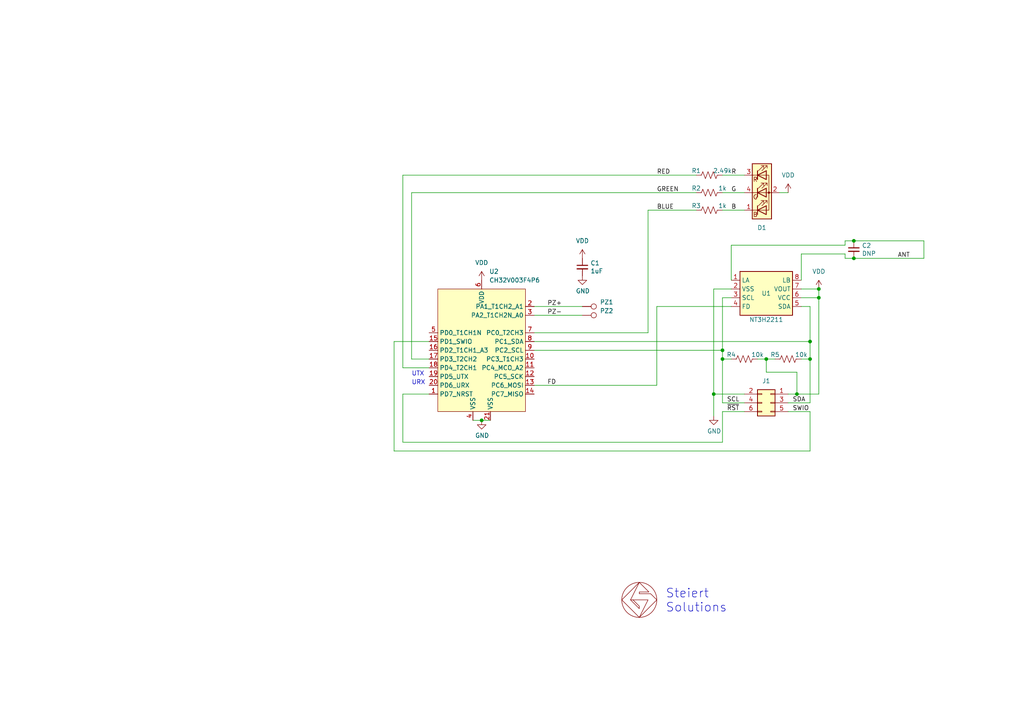
<source format=kicad_sch>
(kicad_sch (version 20230121) (generator eeschema)
  (paper "A4")
  (lib_symbols
    (symbol "Connector:TestPoint" (pin_numbers hide) (pin_names (offset 0.762) hide)
      (property "Reference" "TP" (at 0 6.858 0))
      (property "Value" "TestPoint" (at 0 5.08 0))
      (symbol "TestPoint_0_1"
        (circle (center 0 3.302) (radius 0.762))
      )
      (symbol "TestPoint_1_1"
        (pin passive line (at 0 0 90) (length 2.54) (name "1") (number "1"))
      )
    )
    (symbol "Connector_Generic:Conn_02x03_Odd_Even" (pin_names (offset 1.016) hide)
      (property "Reference" "J" (at 1.27 5.08 0))
      (property "Value" "Conn_02x03_Odd_Even" (at 1.27 -5.08 0))
      (symbol "Conn_02x03_Odd_Even_1_1"
        (rectangle (start -1.27 -2.413) (end 0 -2.667) (stroke (width 0.1524)))
        (rectangle (start -1.27 0.127) (end 0 -0.127) (stroke (width 0.1524)))
        (rectangle (start -1.27 2.667) (end 0 2.413) (stroke (width 0.1524)))
        (rectangle (start -1.27 3.81) (end 3.81 -3.81) (stroke (width 0.254)) (fill (type background)))
        (rectangle (start 3.81 -2.413) (end 2.54 -2.667) (stroke (width 0.1524)))
        (rectangle (start 3.81 0.127) (end 2.54 -0.127) (stroke (width 0.1524)))
        (rectangle (start 3.81 2.667) (end 2.54 2.413) (stroke (width 0.1524)))
        (pin passive line (at -5.08 2.54 0) (length 3.81) (name "Pin_1") (number "1"))
        (pin passive line (at 7.62 2.54 180) (length 3.81) (name "Pin_2") (number "2"))
        (pin passive line (at -5.08 0 0) (length 3.81) (name "Pin_3") (number "3"))
        (pin passive line (at 7.62 0 180) (length 3.81) (name "Pin_4") (number "4"))
        (pin passive line (at -5.08 -2.54 0) (length 3.81) (name "Pin_5") (number "5"))
        (pin passive line (at 7.62 -2.54 180) (length 3.81) (name "Pin_6") (number "6"))
      )
    )
    (symbol "Device:C_Small" (pin_numbers hide) (pin_names (offset 0.254) hide)
      (property "Reference" "C" (at 0.254 1.778 0))
      (property "Value" "C_Small" (at 0.254 -2.032 0))
      (symbol "C_Small_0_1"
        (polyline (pts (xy -1.524 -0.508) (xy 1.524 -0.508)) (stroke (width 0.3302)))
        (polyline (pts (xy -1.524 0.508) (xy 1.524 0.508)) (stroke (width 0.3048)))
      )
      (symbol "C_Small_1_1"
        (pin passive line (at 0 2.54 270) (length 2.032) (name "~") (number "1"))
        (pin passive line (at 0 -2.54 90) (length 2.032) (name "~") (number "2"))
      )
    )
    (symbol "Device:LED_BARG" (pin_names (offset 0) hide)
      (property "Reference" "D" (at 0 9.398 0))
      (property "Value" "LED_BARG" (at 0 -8.89 0))
      (symbol "LED_BARG_0_0"
        (text "B" (at -1.905 -6.35 0) (effects (font (size 1.27 1.27))))
        (text "G" (at -1.905 -1.27 0) (effects (font (size 1.27 1.27))))
        (text "R" (at -1.905 3.81 0) (effects (font (size 1.27 1.27))))
      )
      (symbol "LED_BARG_0_1"
        (polyline (pts (xy -1.27 -5.08) (xy -2.54 -5.08)))
        (polyline (pts (xy -1.27 -5.08) (xy 1.27 -5.08)))
        (polyline (pts (xy -1.27 -3.81) (xy -1.27 -6.35)) (stroke (width 0.254)))
        (polyline (pts (xy -1.27 0) (xy -2.54 0)))
        (polyline (pts (xy -1.27 1.27) (xy -1.27 -1.27)) (stroke (width 0.254)))
        (polyline (pts (xy -1.27 5.08) (xy -2.54 5.08)))
        (polyline (pts (xy -1.27 5.08) (xy 1.27 5.08)))
        (polyline (pts (xy -1.27 6.35) (xy -1.27 3.81)) (stroke (width 0.254)))
        (polyline (pts (xy 1.27 0) (xy -1.27 0)))
        (polyline (pts (xy 1.27 0) (xy 2.54 0)))
        (polyline (pts (xy -1.27 1.27) (xy -1.27 -1.27) (xy -1.27 -1.27)))
        (polyline (pts (xy -1.27 6.35) (xy -1.27 3.81) (xy -1.27 3.81)))
        (polyline (pts (xy 1.27 -5.08) (xy 2.032 -5.08) (xy 2.032 5.08) (xy 1.27 5.08)))
        (polyline (pts (xy 1.27 -3.81) (xy 1.27 -6.35) (xy -1.27 -5.08) (xy 1.27 -3.81)) (stroke (width 0.254)))
        (polyline (pts (xy 1.27 1.27) (xy 1.27 -1.27) (xy -1.27 0) (xy 1.27 1.27)) (stroke (width 0.254)))
        (polyline (pts (xy 1.27 6.35) (xy 1.27 3.81) (xy -1.27 5.08) (xy 1.27 6.35)) (stroke (width 0.254)))
        (polyline (pts (xy -1.016 -3.81) (xy 0.508 -2.286) (xy -0.254 -2.286) (xy 0.508 -2.286) (xy 0.508 -3.048)))
        (polyline (pts (xy -1.016 1.27) (xy 0.508 2.794) (xy -0.254 2.794) (xy 0.508 2.794) (xy 0.508 2.032)))
        (polyline (pts (xy -1.016 6.35) (xy 0.508 7.874) (xy -0.254 7.874) (xy 0.508 7.874) (xy 0.508 7.112)))
        (polyline (pts (xy 0 -3.81) (xy 1.524 -2.286) (xy 0.762 -2.286) (xy 1.524 -2.286) (xy 1.524 -3.048)))
        (polyline (pts (xy 0 1.27) (xy 1.524 2.794) (xy 0.762 2.794) (xy 1.524 2.794) (xy 1.524 2.032)))
        (polyline (pts (xy 0 6.35) (xy 1.524 7.874) (xy 0.762 7.874) (xy 1.524 7.874) (xy 1.524 7.112)))
        (rectangle (start 1.27 -1.27) (end 1.27 1.27))
        (rectangle (start 1.27 1.27) (end 1.27 1.27))
        (rectangle (start 1.27 3.81) (end 1.27 6.35))
        (rectangle (start 1.27 6.35) (end 1.27 6.35))
        (circle (center 2.032 0) (radius 0.254) (fill (type outline)))
        (rectangle (start 2.794 8.382) (end -2.794 -7.62) (stroke (width 0.254)) (fill (type background)))
      )
      (symbol "LED_BARG_1_1"
        (pin passive line (at -5.08 -5.08 0) (length 2.54) (name "BK") (number "1"))
        (pin passive line (at 5.08 0 180) (length 2.54) (name "A") (number "2"))
        (pin passive line (at -5.08 5.08 0) (length 2.54) (name "RK") (number "3"))
        (pin passive line (at -5.08 0 0) (length 2.54) (name "GK") (number "4"))
      )
    )
    (symbol "Device:R_US" (pin_numbers hide) (pin_names (offset 0))
      (property "Reference" "R" (at 2.54 0 90))
      (property "Value" "R_US" (at -2.54 0 90))
      (symbol "R_US_0_1"
        (polyline (pts (xy 0 -2.286) (xy 0 -2.54)))
        (polyline (pts (xy 0 2.286) (xy 0 2.54)))
        (polyline (pts (xy 0 -0.762) (xy 1.016 -1.143) (xy 0 -1.524) (xy -1.016 -1.905) (xy 0 -2.286)))
        (polyline (pts (xy 0 0.762) (xy 1.016 0.381) (xy 0 0) (xy -1.016 -0.381) (xy 0 -0.762)))
        (polyline (pts (xy 0 2.286) (xy 1.016 1.905) (xy 0 1.524) (xy -1.016 1.143) (xy 0 0.762)))
      )
      (symbol "R_US_1_1"
        (pin passive line (at 0 3.81 270) (length 1.27) (name "~") (number "1"))
        (pin passive line (at 0 -3.81 90) (length 1.27) (name "~") (number "2"))
      )
    )
    (symbol "custom:NTAG_I2C_PLUS_XQFN8"
      (property "Reference" "U1" (at 0 -1.27 0))
      (property "Value" "NT3H2211" (at 0 -8.89 0))
      (symbol "NTAG_I2C_PLUS_XQFN8_1_1"
        (rectangle (start -7.62 5.08) (end 7.62 -7.62) (stroke (width 0.254)) (fill (type background)))
        (pin input line (at -10.16 2.54 0) (length 2.54) (name "LA") (number "1"))
        (pin input line (at -10.16 0 0) (length 2.54) (name "VSS") (number "2"))
        (pin input line (at -10.16 -2.54 0) (length 2.54) (name "SCL") (number "3"))
        (pin power_in line (at -10.16 -5.08 0) (length 2.54) (name "FD") (number "4"))
        (pin bidirectional line (at 10.16 -5.08 180) (length 2.54) (name "SDA") (number "5"))
        (pin input line (at 10.16 -2.54 180) (length 2.54) (name "VCC") (number "6"))
        (pin input line (at 10.16 0 180) (length 2.54) (name "VOUT") (number "7"))
        (pin power_in line (at 10.16 2.54 180) (length 2.54) (name "LB") (number "8"))
      )
    )
    (symbol "nfc-tst-rescue:GS_logo-custom" (pin_numbers hide) (pin_names (offset 0) hide)
      (symbol "GS_logo-custom_0_1"
        (polyline (pts (xy 0 -5.08) (xy 5.08 0)))
        (polyline (pts (xy -2.54 0) (xy 0 -2.54) (xy 0 -1.8288) (xy -1.8288 0)))
        (polyline (pts (xy 0 5.08) (xy -5.08 0) (xy 0 -5.08) (xy 2.54 0) (xy -2.54 0) (xy 0 5.08)))
        (polyline (pts (xy 5.08 0) (xy 3.302 1.778) (xy 0 1.778) (xy 0 2.286) (xy 2.794 2.286) (xy 0 5.08)))
        (circle (center 0 0) (radius 5.08))
      )
      (symbol "GS_logo-custom_1_1"
        (pin unspecified line (at 0 0 90) (length 0) hide (name "GS") (number "1"))
      )
    )
    (symbol "power:GND" (power) (pin_names (offset 0))
      (property "Value" "GND" (at 0 -3.81 0))
      (symbol "GND_0_1"
        (polyline (pts (xy 0 0) (xy 0 -1.27) (xy 1.27 -1.27) (xy 0 -2.54) (xy -1.27 -1.27) (xy 0 -1.27)))
      )
      (symbol "GND_1_1"
        (pin power_in line (at 0 0 270) (length 0) hide (name "GND") (number "1"))
      )
    )
    (symbol "power:VDD" (power) (pin_names (offset 0))
      (property "Value" "VDD" (at 0 3.81 0))
      (symbol "VDD_0_1"
        (polyline (pts (xy -0.762 1.27) (xy 0 2.54)))
        (polyline (pts (xy 0 0) (xy 0 2.54)))
        (polyline (pts (xy 0 2.54) (xy 0.762 1.27)))
      )
      (symbol "VDD_1_1"
        (pin power_in line (at 0 0 90) (length 0) hide (name "VDD") (number "1"))
      )
    )
    (symbol "wch-mcu:CH32V003F4U6"
      (property "Reference" "U4" (at 1.9559 23.2156 0))
      (property "Value" "CH32V003F4P6" (at 1.9559 20.6756 0))
      (symbol "CH32V003F4U6_0_1"
        (rectangle (start -12.7 17.78) (end 12.7 -17.78) (stroke (width 0.1524)) (fill (type background)))
      )
      (symbol "CH32V003F4U6_1_0"
        (pin bidirectional line (at 15.24 -10.16 180) (length 2.54) (name "PC6_MOSI") (number "13"))
        (pin bidirectional line (at 15.24 -12.7 180) (length 2.54) (name "PC7_MISO") (number "14"))
        (pin bidirectional line (at -15.24 2.54 0) (length 2.54) (name "PD1_SWIO") (number "15"))
        (pin bidirectional line (at -15.24 0 0) (length 2.54) (name "PD2_T1CH1_A3") (number "16"))
        (pin bidirectional line (at -15.24 -2.54 0) (length 2.54) (name "PD3_T2CH2") (number "17"))
      )
      (symbol "CH32V003F4U6_1_1"
        (pin bidirectional line (at -15.24 -12.7 0) (length 2.54) (name "PD7_NRST") (number "1"))
        (pin bidirectional line (at 15.24 -2.54 180) (length 2.54) (name "PC3_T1CH3") (number "10"))
        (pin bidirectional line (at 15.24 -5.08 180) (length 2.54) (name "PC4_MCO_A2") (number "11"))
        (pin bidirectional line (at 15.24 -7.62 180) (length 2.54) (name "PC5_SCK") (number "12"))
        (pin bidirectional line (at -15.24 -5.08 0) (length 2.54) (name "PD4_T2CH1") (number "18"))
        (pin bidirectional line (at -15.24 -7.62 0) (length 2.54) (name "PD5_UTX") (number "19"))
        (pin bidirectional line (at 15.24 12.7 180) (length 2.54) (name "PA1_T1CH2_A1") (number "2"))
        (pin bidirectional line (at -15.24 -10.16 0) (length 2.54) (name "PD6_URX") (number "20"))
        (pin power_in line (at 2.54 -20.32 90) (length 2.54) (name "VSS") (number "21"))
        (pin bidirectional line (at 15.24 10.16 180) (length 2.54) (name "PA2_T1CH2N_A0") (number "3"))
        (pin power_in line (at -2.54 -20.32 90) (length 2.54) (name "VSS") (number "4"))
        (pin bidirectional line (at -15.24 5.08 0) (length 2.54) (name "PD0_T1CH1N") (number "5"))
        (pin power_in line (at 0 20.32 270) (length 2.54) (name "VDD") (number "6"))
        (pin bidirectional line (at 15.24 5.08 180) (length 2.54) (name "PC0_T2CH3") (number "7"))
        (pin bidirectional line (at 15.24 2.54 180) (length 2.54) (name "PC1_SDA") (number "8"))
        (pin bidirectional line (at 15.24 0 180) (length 2.54) (name "PC2_SCL") (number "9"))
      )
    )
  )
  (junction (at 209.55 104.14))
  (junction (at 247.65 74.93))
  (junction (at 139.7 121.92))
  (junction (at 234.95 104.14))
  (junction (at 207.01 114.3))
  (junction (at 247.65 69.85))
  (junction (at 209.55 101.6))
  (junction (at 231.14 114.3))
  (junction (at 237.49 83.82))
  (junction (at 222.25 104.14))
  (junction (at 237.49 86.36))
  (junction (at 234.95 99.06))
  (wire (pts (xy 237.49 86.36) (xy 237.49 83.82)))
  (wire (pts (xy 231.14 107.95) (xy 231.14 114.3)))
  (wire (pts (xy 207.01 114.3) (xy 207.01 83.82)))
  (wire (pts (xy 234.95 88.9) (xy 234.95 99.06)))
  (wire (pts (xy 232.41 104.14) (xy 234.95 104.14)))
  (wire (pts (xy 209.55 101.6) (xy 209.55 86.36)))
  (wire (pts (xy 154.94 91.44) (xy 168.91 91.44)))
  (wire (pts (xy 231.14 114.3) (xy 228.6 114.3)))
  (wire (pts (xy 209.55 104.14) (xy 212.09 104.14)))
  (wire (pts (xy 219.71 104.14) (xy 222.25 104.14)))
  (wire (pts (xy 207.01 83.82) (xy 212.09 83.82)))
  (wire (pts (xy 245.11 74.93) (xy 245.11 73.66)))
  (wire (pts (xy 207.01 120.65) (xy 207.01 114.3)))
  (wire (pts (xy 119.38 55.88) (xy 201.93 55.88)))
  (wire (pts (xy 209.55 55.88) (xy 215.9 55.88)))
  (wire (pts (xy 209.55 119.38) (xy 209.55 128.27)))
  (wire (pts (xy 114.3 99.06) (xy 124.46 99.06)))
  (wire (pts (xy 245.11 69.85) (xy 247.65 69.85)))
  (wire (pts (xy 232.41 73.66) (xy 232.41 81.28)))
  (wire (pts (xy 212.09 86.36) (xy 209.55 86.36)))
  (wire (pts (xy 222.25 107.95) (xy 231.14 107.95)))
  (wire (pts (xy 154.94 88.9) (xy 168.91 88.9)))
  (wire (pts (xy 209.55 50.8) (xy 215.9 50.8)))
  (wire (pts (xy 245.11 71.12) (xy 245.11 69.85)))
  (wire (pts (xy 228.6 116.84) (xy 234.95 116.84)))
  (wire (pts (xy 124.46 104.14) (xy 119.38 104.14)))
  (wire (pts (xy 116.84 106.68) (xy 116.84 50.8)))
  (wire (pts (xy 116.84 50.8) (xy 201.93 50.8)))
  (wire (pts (xy 209.55 104.14) (xy 209.55 101.6)))
  (wire (pts (xy 232.41 73.66) (xy 245.11 73.66)))
  (wire (pts (xy 234.95 104.14) (xy 234.95 99.06)))
  (wire (pts (xy 212.09 71.12) (xy 245.11 71.12)))
  (wire (pts (xy 212.09 71.12) (xy 212.09 81.28)))
  (wire (pts (xy 207.01 114.3) (xy 215.9 114.3)))
  (wire (pts (xy 222.25 104.14) (xy 222.25 107.95)))
  (wire (pts (xy 209.55 116.84) (xy 209.55 104.14)))
  (wire (pts (xy 237.49 114.3) (xy 231.14 114.3)))
  (wire (pts (xy 116.84 128.27) (xy 116.84 114.3)))
  (wire (pts (xy 187.96 60.96) (xy 201.93 60.96)))
  (wire (pts (xy 237.49 86.36) (xy 237.49 114.3)))
  (wire (pts (xy 232.41 86.36) (xy 237.49 86.36)))
  (wire (pts (xy 116.84 114.3) (xy 124.46 114.3)))
  (wire (pts (xy 137.16 121.92) (xy 139.7 121.92)))
  (wire (pts (xy 215.9 119.38) (xy 209.55 119.38)))
  (wire (pts (xy 154.94 101.6) (xy 209.55 101.6)))
  (wire (pts (xy 114.3 99.06) (xy 114.3 130.81)))
  (wire (pts (xy 154.94 99.06) (xy 234.95 99.06)))
  (wire (pts (xy 114.3 130.81) (xy 234.95 130.81)))
  (wire (pts (xy 119.38 55.88) (xy 119.38 104.14)))
  (wire (pts (xy 247.65 74.93) (xy 245.11 74.93)))
  (wire (pts (xy 154.94 96.52) (xy 187.96 96.52)))
  (wire (pts (xy 187.96 96.52) (xy 187.96 60.96)))
  (wire (pts (xy 234.95 88.9) (xy 232.41 88.9)))
  (wire (pts (xy 247.65 69.85) (xy 267.97 69.85)))
  (wire (pts (xy 234.95 119.38) (xy 228.6 119.38)))
  (wire (pts (xy 226.06 55.88) (xy 228.6 55.88)))
  (wire (pts (xy 267.97 69.85) (xy 267.97 74.93)))
  (wire (pts (xy 190.5 111.76) (xy 190.5 88.9)))
  (wire (pts (xy 267.97 74.93) (xy 247.65 74.93)))
  (wire (pts (xy 222.25 104.14) (xy 224.79 104.14)))
  (wire (pts (xy 190.5 88.9) (xy 212.09 88.9)))
  (wire (pts (xy 232.41 83.82) (xy 237.49 83.82)))
  (wire (pts (xy 209.55 60.96) (xy 215.9 60.96)))
  (wire (pts (xy 154.94 111.76) (xy 190.5 111.76)))
  (wire (pts (xy 215.9 116.84) (xy 209.55 116.84)))
  (wire (pts (xy 124.46 106.68) (xy 116.84 106.68)))
  (wire (pts (xy 139.7 121.92) (xy 142.24 121.92)))
  (wire (pts (xy 234.95 130.81) (xy 234.95 119.38)))
  (wire (pts (xy 234.95 116.84) (xy 234.95 104.14)))
  (wire (pts (xy 209.55 128.27) (xy 116.84 128.27)))
  (text "Steiert\nSolutions" (at 193.04 177.8 0) (effects (font (size 2.54 2.54)) (justify left bottom)))
  (text "UTX" (at 119.38 109.22 0) (effects (font (size 1.27 1.27)) (justify left bottom)))
  (text "URX" (at 119.38 111.76 0) (effects (font (size 1.27 1.27)) (justify left bottom)))
  (label "G" (at 212.09 55.88 0))
  (label "BLUE" (at 190.5 60.96 0))
  (label "RED" (at 190.5 50.8 0))
  (label "GREEN" (at 190.5 55.88 0))
  (label "PZ-" (at 158.75 91.44 0))
  (label "B" (at 212.09 60.96 0))
  (label "R" (at 212.09 50.8 0))
  (label "ANT" (at 260.35 74.93 0))
  (label "SWIO" (at 229.87 119.38 0))
  (label "SCL" (at 210.82 116.84 0))
  (label "FD" (at 158.75 111.76 0))
  (label "PZ+" (at 158.75 88.9 0))
  (label "SDA" (at 229.87 116.84 0))
  (label "~{RST}" (at 210.82 119.38 0))
  (symbol (lib_id "Device:C_Small") (at 168.91 77.47 0) (unit 1)
    (property "Reference" "C1" (at 171.2468 76.3016 0) (effects (justify left)))
    (property "Value" "1uF" (at 171.2468 78.613 0) (effects (justify left)))
    (property "Footprint" "Capacitor_SMD:C_0402_1005Metric" (effects hide))
    (property "LCSC" "C14445" (effects hide))
    (property "MPN" "CL05A105KP5NNNC" (effects hide))
  )
  (symbol (lib_id "power:GND") (at 168.91 80.01 0) (unit 1)
    (property "Reference" "#PWR04" (effects hide))
    (property "Value" "GND" (at 169.037 84.4042 0))
  )
  (symbol (lib_id "Device:C_Small") (at 247.65 72.39 0) (unit 1)
    (property "Reference" "C2" (at 249.9868 71.2216 0) (effects (justify left)))
    (property "Value" "DNP" (at 249.9868 73.533 0) (effects (justify left)))
    (property "Footprint" "Capacitor_SMD:C_0402_1005Metric" (effects hide))
  )
  (symbol (lib_id "nfc-tst-rescue:GS_logo-custom") (at 185.42 173.99 0) (unit 1)
    (property "Reference" "GS1" (effects hide))
    (property "Value" "GS_logo" (effects hide))
    (property "Footprint" "footprint:gs_logo_200mil" (effects hide))
  )
  (symbol (lib_id "Device:R_US") (at 205.74 55.88 270) (unit 1)
    (property "Reference" "R2" (at 201.93 54.61 90))
    (property "Value" "1k" (at 209.55 54.61 90))
    (property "Footprint" "Resistor_SMD:R_0402_1005Metric" (effects hide))
    (property "LCSC" "C106235" (effects hide))
    (property "MPN" "RC0402FR-071KL" (effects hide))
  )
  (symbol (lib_id "power:VDD") (at 139.7 81.28 0) (unit 1)
    (property "Reference" "#PWR07" (effects hide))
    (property "Value" "VDD" (at 139.7 76.2 0))
  )
  (symbol (lib_id "power:GND") (at 139.7 121.92 0) (unit 1)
    (property "Reference" "#PWR03" (effects hide))
    (property "Value" "GND" (at 139.827 126.3142 0))
  )
  (symbol (lib_id "power:VDD") (at 168.91 74.93 0) (unit 1)
    (property "Reference" "#PWR08" (effects hide))
    (property "Value" "VDD" (at 168.91 69.85 0))
  )
  (symbol (lib_id "Device:R_US") (at 205.74 60.96 270) (unit 1)
    (property "Reference" "R3" (at 201.93 59.69 90))
    (property "Value" "1k" (at 209.55 59.69 90))
    (property "Footprint" "Resistor_SMD:R_0402_1005Metric" (effects hide))
    (property "LCSC" "C106235" (effects hide))
    (property "MPN" "RC0402FR-071KL" (effects hide))
  )
  (symbol (lib_id "Device:R_US") (at 228.6 104.14 270) (unit 1)
    (property "Reference" "R5" (at 224.79 102.87 90))
    (property "Value" "10k" (at 232.41 102.87 90))
    (property "Footprint" "Resistor_SMD:R_0402_1005Metric" (effects hide))
    (property "LCSC" "C60490" (effects hide))
    (property "MPN" "RC0402FR-0710KL" (effects hide))
  )
  (symbol (lib_id "power:GND") (at 207.01 120.65 0) (unit 1)
    (property "Reference" "#PWR01" (effects hide))
    (property "Value" "GND" (at 207.137 125.0442 0))
  )
  (symbol (lib_id "wch-mcu:CH32V003F4U6") (at 139.7 101.6 0) (unit 1)
    (property "Reference" "U2" (at 141.8941 78.74 0) (effects (justify left)))
    (property "Value" "CH32V003F4P6" (at 141.8941 81.28 0) (effects (justify left)))
    (property "Footprint" "Package_DFN_QFN:QFN-20-1EP_3x3mm_P0.4mm_EP1.65x1.65mm" (effects hide))
    (property "Datasheet" "https://datasheet.lcsc.com/lcsc/2302231730_WCH-Jiangsu-Qin-Heng-CH32V003F4U6_C5299908.pdf" (effects hide))
    (property "LCSC" "C5299908" (effects hide))
    (property "MPN" "CH32V003F4U6" (effects hide))
  )
  (symbol (lib_id "power:VDD") (at 228.6 55.88 0) (unit 1)
    (property "Reference" "#PWR011" (effects hide))
    (property "Value" "VDD" (at 228.6 50.8 0))
  )
  (symbol (lib_id "Device:LED_BARG") (at 220.98 55.88 0) (unit 1)
    (property "Reference" "D1" (at 220.98 66.04 0))
    (property "Value" "LED_RAGB" (effects hide))
    (property "Footprint" "custom:LED_Kingbright_APFA2507_2.5x1mm_Horizontal" (effects hide))
    (property "Datasheet" "https://datasheet.lcsc.com/lcsc/2308101751_Kingbright-APFA2507LQBDSEEZGKC_C5126857.pdf" (effects hide))
    (property "LCSC" "C5126857" (effects hide))
    (property "MPN" "APFA2507LQBDSEEZGKC" (effects hide))
  )
  (symbol (lib_id "Device:R_US") (at 215.9 104.14 270) (unit 1)
    (property "Reference" "R4" (at 212.09 102.87 90))
    (property "Value" "10k" (at 219.71 102.87 90))
    (property "Footprint" "Resistor_SMD:R_0402_1005Metric" (effects hide))
    (property "LCSC" "C60490" (effects hide))
    (property "MPN" "RC0402FR-0710KL" (effects hide))
  )
  (symbol (lib_id "power:VDD") (at 237.49 83.82 0) (unit 1)
    (property "Reference" "#PWR02" (effects hide))
    (property "Value" "VDD" (at 237.49 78.74 0))
  )
  (symbol (lib_id "custom:NTAG_I2C_PLUS_XQFN8") (at 222.25 83.82 0) (unit 1)
    (property "Reference" "U1" (at 222.25 85.09 0))
    (property "Value" "NT3H2211" (at 222.25 92.71 0))
    (property "Footprint" "custom:XQFN8_1.6x1.6mm_SOT902-3" (effects hide))
    (property "Datasheet" "https://www.nxp.com/docs/en/data-sheet/NT3H2111_2211.pdf" (effects hide))
    (property "LCSC" "C2905792" (effects hide))
    (property "MPN" "NT3H2211W0FHKH" (effects hide))
  )
  (symbol (lib_id "Connector:TestPoint") (at 168.91 91.44 270) (unit 1)
    (property "Reference" "PZ2" (at 173.99 90.17 90) (effects (justify left)))
    (property "Value" "TestPoint" (effects hide))
    (property "Footprint" "TestPoint:TestPoint_THTPad_D2.0mm_Drill1.0mm" (effects hide))
    (property "MPN" " " (effects hide))
  )
  (symbol (lib_id "Connector:TestPoint") (at 168.91 88.9 270) (unit 1)
    (property "Reference" "PZ1" (at 173.99 87.63 90) (effects (justify left)))
    (property "Value" "TestPoint" (effects hide))
    (property "Footprint" "TestPoint:TestPoint_THTPad_D2.0mm_Drill1.0mm" (effects hide))
    (property "MPN" " " (effects hide))
  )
  (symbol (lib_id "Connector_Generic:Conn_02x03_Odd_Even") (at 223.52 116.84 0) (mirror y) (unit 1)
    (property "Reference" "J1" (at 222.25 110.49 0))
    (property "Value" "Conn_02x03_Odd_Even" (effects hide))
    (property "Footprint" "Connector_PinHeader_2.54mm:PinHeader_2x03_P2.54mm_Vertical" (effects hide))
  )
  (symbol (lib_id "Device:R_US") (at 205.74 50.8 270) (unit 1)
    (property "Reference" "R1" (at 201.93 49.53 90))
    (property "Value" "2.49k" (at 209.55 49.53 90))
    (property "Footprint" "Resistor_SMD:R_0402_1005Metric" (effects hide))
    (property "LCSC" "C145071" (effects hide))
    (property "MPN" "RC0402FR-072K49L" (effects hide))
  )
)
</source>
